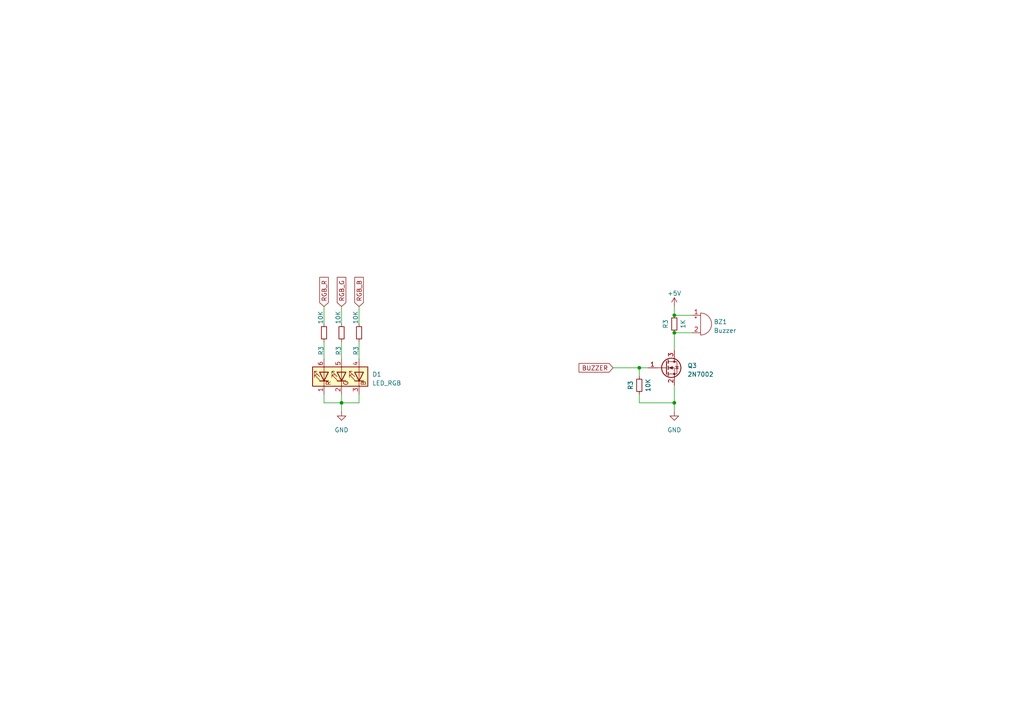
<source format=kicad_sch>
(kicad_sch (version 20230121) (generator eeschema)
  (paper "A4")
  (lib_symbols
    (symbol "Device:Buzzer" (pin_names (offset 0.0254) hide)
      (property "Reference" "BZ" (at 3.81 1.27 0))
      (property "Value" "Buzzer" (at 3.81 -1.27 0))
      (symbol "Buzzer_0_1"
        (arc (start 0 -3.175) (mid 3.1612 0) (end 0 3.175))
        (polyline (pts (xy -1.651 1.905) (xy -1.143 1.905)))
        (polyline (pts (xy -1.397 2.159) (xy -1.397 1.651)))
        (polyline (pts (xy 0 3.175) (xy 0 -3.175)))
      )
      (symbol "Buzzer_1_1"
        (pin passive line (at -2.54 2.54 0) (length 2.54) (name "-") (number "1"))
        (pin passive line (at -2.54 -2.54 0) (length 2.54) (name "+") (number "2"))
      )
    )
    (symbol "Device:LED_RGB" (pin_names (offset 0) hide)
      (property "Reference" "D" (at 0 9.398 0))
      (property "Value" "LED_RGB" (at 0 -8.89 0))
      (symbol "LED_RGB_0_0"
        (text "B" (at -1.905 -6.35 0) (effects (font (size 1.27 1.27))))
        (text "G" (at -1.905 -1.27 0) (effects (font (size 1.27 1.27))))
        (text "R" (at -1.905 3.81 0) (effects (font (size 1.27 1.27))))
      )
      (symbol "LED_RGB_0_1"
        (polyline (pts (xy -1.27 -5.08) (xy -2.54 -5.08)))
        (polyline (pts (xy -1.27 -5.08) (xy 1.27 -5.08)))
        (polyline (pts (xy -1.27 -3.81) (xy -1.27 -6.35)) (stroke (width 0.254)))
        (polyline (pts (xy -1.27 0) (xy -2.54 0)))
        (polyline (pts (xy -1.27 1.27) (xy -1.27 -1.27)) (stroke (width 0.254)))
        (polyline (pts (xy -1.27 5.08) (xy -2.54 5.08)))
        (polyline (pts (xy -1.27 5.08) (xy 1.27 5.08)))
        (polyline (pts (xy -1.27 6.35) (xy -1.27 3.81)) (stroke (width 0.254)))
        (polyline (pts (xy 1.27 -5.08) (xy 2.54 -5.08)))
        (polyline (pts (xy 1.27 0) (xy -1.27 0)))
        (polyline (pts (xy 1.27 0) (xy 2.54 0)))
        (polyline (pts (xy 1.27 5.08) (xy 2.54 5.08)))
        (polyline (pts (xy -1.27 1.27) (xy -1.27 -1.27) (xy -1.27 -1.27)))
        (polyline (pts (xy -1.27 6.35) (xy -1.27 3.81) (xy -1.27 3.81)))
        (polyline (pts (xy 1.27 -3.81) (xy 1.27 -6.35) (xy -1.27 -5.08) (xy 1.27 -3.81)) (stroke (width 0.254)))
        (polyline (pts (xy 1.27 1.27) (xy 1.27 -1.27) (xy -1.27 0) (xy 1.27 1.27)) (stroke (width 0.254)))
        (polyline (pts (xy 1.27 6.35) (xy 1.27 3.81) (xy -1.27 5.08) (xy 1.27 6.35)) (stroke (width 0.254)))
        (polyline (pts (xy -1.016 -3.81) (xy 0.508 -2.286) (xy -0.254 -2.286) (xy 0.508 -2.286) (xy 0.508 -3.048)))
        (polyline (pts (xy -1.016 1.27) (xy 0.508 2.794) (xy -0.254 2.794) (xy 0.508 2.794) (xy 0.508 2.032)))
        (polyline (pts (xy -1.016 6.35) (xy 0.508 7.874) (xy -0.254 7.874) (xy 0.508 7.874) (xy 0.508 7.112)))
        (polyline (pts (xy 0 -3.81) (xy 1.524 -2.286) (xy 0.762 -2.286) (xy 1.524 -2.286) (xy 1.524 -3.048)))
        (polyline (pts (xy 0 1.27) (xy 1.524 2.794) (xy 0.762 2.794) (xy 1.524 2.794) (xy 1.524 2.032)))
        (polyline (pts (xy 0 6.35) (xy 1.524 7.874) (xy 0.762 7.874) (xy 1.524 7.874) (xy 1.524 7.112)))
        (rectangle (start 1.27 -1.27) (end 1.27 1.27))
        (rectangle (start 1.27 1.27) (end 1.27 1.27))
        (rectangle (start 1.27 3.81) (end 1.27 6.35))
        (rectangle (start 1.27 6.35) (end 1.27 6.35))
        (rectangle (start 2.794 8.382) (end -2.794 -7.62) (stroke (width 0.254)) (fill (type background)))
      )
      (symbol "LED_RGB_1_1"
        (pin passive line (at -5.08 5.08 0) (length 2.54) (name "RK") (number "1"))
        (pin passive line (at -5.08 0 0) (length 2.54) (name "GK") (number "2"))
        (pin passive line (at -5.08 -5.08 0) (length 2.54) (name "BK") (number "3"))
        (pin passive line (at 5.08 -5.08 180) (length 2.54) (name "BA") (number "4"))
        (pin passive line (at 5.08 0 180) (length 2.54) (name "GA") (number "5"))
        (pin passive line (at 5.08 5.08 180) (length 2.54) (name "RA") (number "6"))
      )
    )
    (symbol "Device:R_Small" (pin_numbers hide) (pin_names (offset 0.254) hide)
      (property "Reference" "R" (at 0.762 0.508 0))
      (property "Value" "R_Small" (at 0.762 -1.016 0))
      (symbol "R_Small_0_1"
        (rectangle (start -0.762 1.778) (end 0.762 -1.778) (stroke (width 0.2032)))
      )
      (symbol "R_Small_1_1"
        (pin passive line (at 0 2.54 270) (length 0.762) (name "~") (number "1"))
        (pin passive line (at 0 -2.54 90) (length 0.762) (name "~") (number "2"))
      )
    )
    (symbol "Transistor_FET:2N7002" (pin_names hide)
      (property "Reference" "Q" (at 5.08 1.905 0))
      (property "Value" "2N7002" (at 5.08 0 0))
      (symbol "2N7002_0_1"
        (polyline (pts (xy 0.254 0) (xy -2.54 0)))
        (polyline (pts (xy 0.254 1.905) (xy 0.254 -1.905)) (stroke (width 0.254)))
        (polyline (pts (xy 0.762 -1.27) (xy 0.762 -2.286)) (stroke (width 0.254)))
        (polyline (pts (xy 0.762 0.508) (xy 0.762 -0.508)) (stroke (width 0.254)))
        (polyline (pts (xy 0.762 2.286) (xy 0.762 1.27)) (stroke (width 0.254)))
        (polyline (pts (xy 2.54 2.54) (xy 2.54 1.778)))
        (polyline (pts (xy 2.54 -2.54) (xy 2.54 0) (xy 0.762 0)))
        (polyline (pts (xy 0.762 -1.778) (xy 3.302 -1.778) (xy 3.302 1.778) (xy 0.762 1.778)))
        (polyline (pts (xy 1.016 0) (xy 2.032 0.381) (xy 2.032 -0.381) (xy 1.016 0)) (fill (type outline)))
        (polyline (pts (xy 2.794 0.508) (xy 2.921 0.381) (xy 3.683 0.381) (xy 3.81 0.254)))
        (polyline (pts (xy 3.302 0.381) (xy 2.921 -0.254) (xy 3.683 -0.254) (xy 3.302 0.381)))
        (circle (center 1.651 0) (radius 2.794) (stroke (width 0.254)))
        (circle (center 2.54 -1.778) (radius 0.254) (fill (type outline)))
        (circle (center 2.54 1.778) (radius 0.254) (fill (type outline)))
      )
      (symbol "2N7002_1_1"
        (pin input line (at -5.08 0 0) (length 2.54) (name "G") (number "1"))
        (pin passive line (at 2.54 -5.08 90) (length 2.54) (name "S") (number "2"))
        (pin passive line (at 2.54 5.08 270) (length 2.54) (name "D") (number "3"))
      )
    )
    (symbol "power:+5V" (power) (pin_names (offset 0))
      (property "Value" "+5V" (at 0 3.556 0))
      (symbol "+5V_0_1"
        (polyline (pts (xy -0.762 1.27) (xy 0 2.54)))
        (polyline (pts (xy 0 0) (xy 0 2.54)))
        (polyline (pts (xy 0 2.54) (xy 0.762 1.27)))
      )
      (symbol "+5V_1_1"
        (pin power_in line (at 0 0 90) (length 0) hide (name "+5V") (number "1"))
      )
    )
    (symbol "power:GND" (power) (pin_names (offset 0))
      (property "Value" "GND" (at 0 -3.81 0))
      (symbol "GND_0_1"
        (polyline (pts (xy 0 0) (xy 0 -1.27) (xy 1.27 -1.27) (xy 0 -2.54) (xy -1.27 -1.27) (xy 0 -1.27)))
      )
      (symbol "GND_1_1"
        (pin power_in line (at 0 0 270) (length 0) hide (name "GND") (number "1"))
      )
    )
  )
  (junction (at 185.42 106.68))
  (junction (at 99.06 116.84))
  (junction (at 195.58 96.52))
  (junction (at 195.58 91.44))
  (junction (at 195.58 116.84))
  (wire (pts (xy 195.58 91.44) (xy 195.58 88.9)))
  (wire (pts (xy 99.06 116.84) (xy 99.06 119.38)))
  (wire (pts (xy 185.42 109.22) (xy 185.42 106.68)))
  (wire (pts (xy 99.06 114.3) (xy 99.06 116.84)))
  (wire (pts (xy 195.58 96.52) (xy 200.66 96.52)))
  (wire (pts (xy 185.42 106.68) (xy 187.96 106.68)))
  (wire (pts (xy 104.14 99.06) (xy 104.14 104.14)))
  (wire (pts (xy 177.8 106.68) (xy 185.42 106.68)))
  (wire (pts (xy 99.06 99.06) (xy 99.06 104.14)))
  (wire (pts (xy 93.98 114.3) (xy 93.98 116.84)))
  (wire (pts (xy 104.14 88.9) (xy 104.14 93.98)))
  (wire (pts (xy 185.42 116.84) (xy 195.58 116.84)))
  (wire (pts (xy 200.66 91.44) (xy 195.58 91.44)))
  (wire (pts (xy 195.58 111.76) (xy 195.58 116.84)))
  (wire (pts (xy 93.98 116.84) (xy 99.06 116.84)))
  (wire (pts (xy 93.98 99.06) (xy 93.98 104.14)))
  (wire (pts (xy 99.06 88.9) (xy 99.06 93.98)))
  (wire (pts (xy 195.58 101.6) (xy 195.58 96.52)))
  (wire (pts (xy 185.42 114.3) (xy 185.42 116.84)))
  (wire (pts (xy 195.58 119.38) (xy 195.58 116.84)))
  (wire (pts (xy 93.98 88.9) (xy 93.98 93.98)))
  (wire (pts (xy 104.14 116.84) (xy 99.06 116.84)))
  (wire (pts (xy 104.14 114.3) (xy 104.14 116.84)))
  (global_label "RGB_R" (shape input) (at 93.98 88.9 90) (property "Intersheetrefs" "${INTERSHEET_REFS}" (effects hide)))
  (global_label "RGB_B" (shape input) (at 104.14 88.9 90) (property "Intersheetrefs" "${INTERSHEET_REFS}" (effects hide)))
  (global_label "BUZZER" (shape input) (at 177.8 106.68 180) (property "Intersheetrefs" "${INTERSHEET_REFS}" (effects hide)))
  (global_label "RGB_G" (shape input) (at 99.06 88.9 90) (property "Intersheetrefs" "${INTERSHEET_REFS}" (effects hide)))
  (symbol (lib_id "Device:R_Small") (at 99.06 96.52 180) (unit 1)
    (property "Reference" "R3" (at 98.1873 101.7282 90))
    (property "Value" "10K" (at 98.066 92.109 90))
    (property "Footprint" "Resistor_SMD:R_0402_1005Metric" (effects hide))
    (instances (project "d3vk1t" (path "" (reference "R3") (unit 1)) (path "" (reference "R19") (unit 1))))
  )
  (symbol (lib_id "Device:Buzzer") (at 203.2 93.98 0) (unit 1)
    (property "Reference" "BZ1" (at 207.01 93.345 0) (effects (justify left)))
    (property "Value" "Buzzer" (at 207.01 95.885 0) (effects (justify left)))
    (property "Footprint" "Buzzer_Beeper:PUIAudio_SMT_0825_S_4_R" (effects hide))
  )
  (symbol (lib_id "Device:R_Small") (at 195.58 93.98 180) (unit 1)
    (property "Reference" "R3" (at 193.04 93.98 90))
    (property "Value" "1K" (at 198.12 93.98 90))
    (property "Footprint" "Resistor_SMD:R_0402_1005Metric" (effects hide))
    (instances (project "d3vk1t" (path "" (reference "R3") (unit 1)) (path "" (reference "R17") (unit 1))))
  )
  (symbol (lib_id "power:GND") (at 195.58 119.38 0) (unit 1)
    (property "Reference" "#PWR07" (effects hide))
    (property "Value" "GND" (at 195.58 124.714 0))
    (instances (project "d3vk1t" (path "" (reference "#PWR07") (unit 1)) (path "" (reference "#PWR033") (unit 1)) (path "" (reference "#PWR048") (unit 1))))
  )
  (symbol (lib_id "Device:R_Small") (at 93.98 96.52 180) (unit 1)
    (property "Reference" "R3" (at 93.1073 101.7282 90))
    (property "Value" "10K" (at 92.986 92.109 90))
    (property "Footprint" "Resistor_SMD:R_0402_1005Metric" (effects hide))
    (instances (project "d3vk1t" (path "" (reference "R3") (unit 1)) (path "" (reference "R18") (unit 1))))
  )
  (symbol (lib_id "Transistor_FET:2N7002") (at 193.04 106.68 0) (unit 1)
    (property "Reference" "Q3" (at 199.39 106.045 0) (effects (justify left)))
    (property "Value" "2N7002" (at 199.39 108.585 0) (effects (justify left)))
    (property "Footprint" "bruno-libs:SOT-23B" (effects hide))
    (property "Datasheet" "https://www.onsemi.com/pub/Collateral/NDS7002A-D.PDF" (effects hide))
  )
  (symbol (lib_id "Device:R_Small") (at 185.42 111.76 180) (unit 1)
    (property "Reference" "R3" (at 182.88 111.76 90))
    (property "Value" "10K" (at 187.96 111.76 90))
    (property "Footprint" "Resistor_SMD:R_0402_1005Metric" (effects hide))
    (instances (project "d3vk1t" (path "" (reference "R3") (unit 1)) (path "" (reference "R16") (unit 1))))
  )
  (symbol (lib_id "power:+5V") (at 195.58 88.9 0) (unit 1)
    (property "Reference" "#PWR017" (effects hide))
    (property "Value" "+5V" (at 195.58 85.09 0))
    (instances (project "d3vk1t" (path "" (reference "#PWR017") (unit 1)) (path "" (reference "#PWR047") (unit 1))))
  )
  (symbol (lib_id "power:GND") (at 99.06 119.38 0) (unit 1)
    (property "Reference" "#PWR07" (effects hide))
    (property "Value" "GND" (at 99.06 124.714 0))
    (instances (project "d3vk1t" (path "" (reference "#PWR07") (unit 1)) (path "" (reference "#PWR033") (unit 1)) (path "" (reference "#PWR051") (unit 1))))
  )
  (symbol (lib_id "Device:LED_RGB") (at 99.06 109.22 90) (unit 1)
    (property "Reference" "D1" (at 107.95 108.585 90) (effects (justify right)))
    (property "Value" "LED_RGB" (at 107.95 111.125 90) (effects (justify right)))
    (property "Footprint" "LED_SMD:LED_RGB_5050-6" (effects hide))
  )
  (symbol (lib_id "Device:R_Small") (at 104.14 96.52 180) (unit 1)
    (property "Reference" "R3" (at 103.2673 101.7282 90))
    (property "Value" "10K" (at 103.146 92.109 90))
    (property "Footprint" "Resistor_SMD:R_0402_1005Metric" (effects hide))
    (instances (project "d3vk1t" (path "" (reference "R3") (unit 1)) (path "" (reference "R20") (unit 1))))
  )
)
</source>
